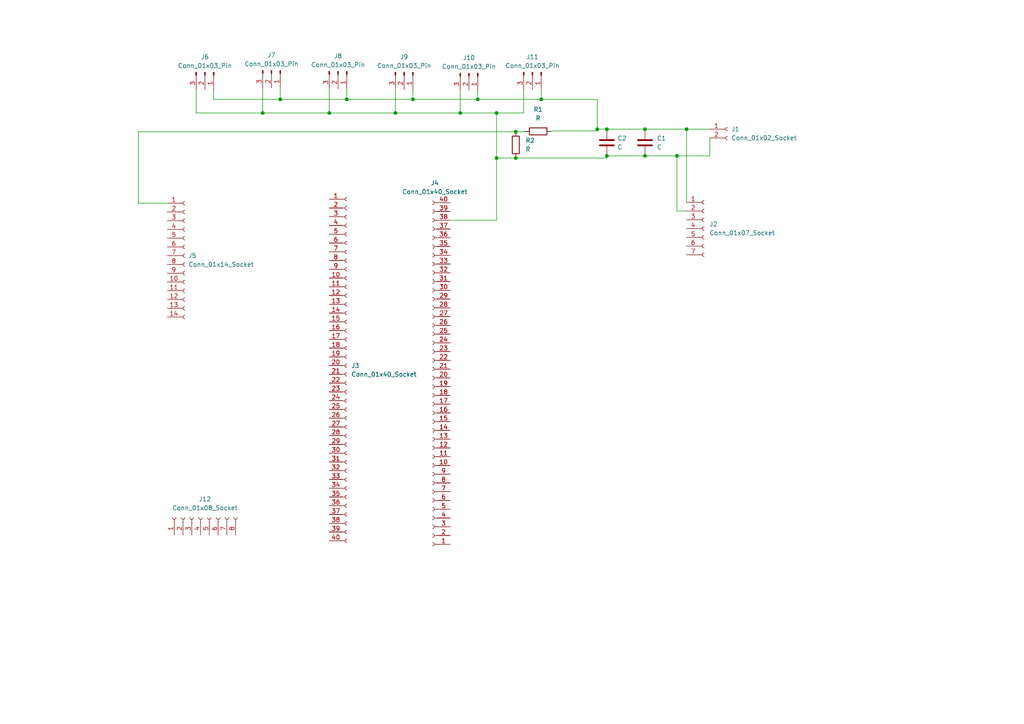
<source format=kicad_sch>
(kicad_sch (version 20230121) (generator eeschema)
  (paper "A4")
  (lib_symbols
    (symbol "Connector:Conn_01x02_Socket" (pin_names (offset 1.016) hide)
      (property "Reference" "J" (at 0 2.54 0))
      (property "Value" "Conn_01x02_Socket" (at 0 -5.08 0))
      (symbol "Conn_01x02_Socket_1_1"
        (arc (start 0 -2.032) (mid -0.5058 -2.54) (end 0 -3.048) (stroke (width 0.1524)))
        (polyline (pts (xy -1.27 -2.54) (xy -0.508 -2.54)) (stroke (width 0.1524)))
        (polyline (pts (xy -1.27 0) (xy -0.508 0)) (stroke (width 0.1524)))
        (arc (start 0 0.508) (mid -0.5058 0) (end 0 -0.508) (stroke (width 0.1524)))
        (pin passive line (at -5.08 0 0) (length 3.81) (name "Pin_1") (number "1"))
        (pin passive line (at -5.08 -2.54 0) (length 3.81) (name "Pin_2") (number "2"))
      )
    )
    (symbol "Connector:Conn_01x03_Pin" (pin_names (offset 1.016) hide)
      (property "Reference" "J" (at 0 5.08 0))
      (property "Value" "Conn_01x03_Pin" (at 0 -5.08 0))
      (symbol "Conn_01x03_Pin_1_1"
        (polyline (pts (xy 1.27 -2.54) (xy 0.8636 -2.54)) (stroke (width 0.1524)))
        (polyline (pts (xy 1.27 0) (xy 0.8636 0)) (stroke (width 0.1524)))
        (polyline (pts (xy 1.27 2.54) (xy 0.8636 2.54)) (stroke (width 0.1524)))
        (rectangle (start 0.8636 -2.413) (end 0 -2.667) (stroke (width 0.1524)) (fill (type outline)))
        (rectangle (start 0.8636 0.127) (end 0 -0.127) (stroke (width 0.1524)) (fill (type outline)))
        (rectangle (start 0.8636 2.667) (end 0 2.413) (stroke (width 0.1524)) (fill (type outline)))
        (pin passive line (at 5.08 2.54 180) (length 3.81) (name "Pin_1") (number "1"))
        (pin passive line (at 5.08 0 180) (length 3.81) (name "Pin_2") (number "2"))
        (pin passive line (at 5.08 -2.54 180) (length 3.81) (name "Pin_3") (number "3"))
      )
    )
    (symbol "Connector:Conn_01x07_Socket" (pin_names (offset 1.016) hide)
      (property "Reference" "J" (at 0 10.16 0))
      (property "Value" "Conn_01x07_Socket" (at 0 -10.16 0))
      (symbol "Conn_01x07_Socket_1_1"
        (arc (start 0 -7.112) (mid -0.5058 -7.62) (end 0 -8.128) (stroke (width 0.1524)))
        (arc (start 0 -4.572) (mid -0.5058 -5.08) (end 0 -5.588) (stroke (width 0.1524)))
        (arc (start 0 -2.032) (mid -0.5058 -2.54) (end 0 -3.048) (stroke (width 0.1524)))
        (polyline (pts (xy -1.27 -7.62) (xy -0.508 -7.62)) (stroke (width 0.1524)))
        (polyline (pts (xy -1.27 -5.08) (xy -0.508 -5.08)) (stroke (width 0.1524)))
        (polyline (pts (xy -1.27 -2.54) (xy -0.508 -2.54)) (stroke (width 0.1524)))
        (polyline (pts (xy -1.27 0) (xy -0.508 0)) (stroke (width 0.1524)))
        (polyline (pts (xy -1.27 2.54) (xy -0.508 2.54)) (stroke (width 0.1524)))
        (polyline (pts (xy -1.27 5.08) (xy -0.508 5.08)) (stroke (width 0.1524)))
        (polyline (pts (xy -1.27 7.62) (xy -0.508 7.62)) (stroke (width 0.1524)))
        (arc (start 0 0.508) (mid -0.5058 0) (end 0 -0.508) (stroke (width 0.1524)))
        (arc (start 0 3.048) (mid -0.5058 2.54) (end 0 2.032) (stroke (width 0.1524)))
        (arc (start 0 5.588) (mid -0.5058 5.08) (end 0 4.572) (stroke (width 0.1524)))
        (arc (start 0 8.128) (mid -0.5058 7.62) (end 0 7.112) (stroke (width 0.1524)))
        (pin passive line (at -5.08 7.62 0) (length 3.81) (name "Pin_1") (number "1"))
        (pin passive line (at -5.08 5.08 0) (length 3.81) (name "Pin_2") (number "2"))
        (pin passive line (at -5.08 2.54 0) (length 3.81) (name "Pin_3") (number "3"))
        (pin passive line (at -5.08 0 0) (length 3.81) (name "Pin_4") (number "4"))
        (pin passive line (at -5.08 -2.54 0) (length 3.81) (name "Pin_5") (number "5"))
        (pin passive line (at -5.08 -5.08 0) (length 3.81) (name "Pin_6") (number "6"))
        (pin passive line (at -5.08 -7.62 0) (length 3.81) (name "Pin_7") (number "7"))
      )
    )
    (symbol "Connector:Conn_01x08_Socket" (pin_names (offset 1.016) hide)
      (property "Reference" "J" (at 0 10.16 0))
      (property "Value" "Conn_01x08_Socket" (at 0 -12.7 0))
      (symbol "Conn_01x08_Socket_1_1"
        (arc (start 0 -9.652) (mid -0.5058 -10.16) (end 0 -10.668) (stroke (width 0.1524)))
        (arc (start 0 -7.112) (mid -0.5058 -7.62) (end 0 -8.128) (stroke (width 0.1524)))
        (arc (start 0 -4.572) (mid -0.5058 -5.08) (end 0 -5.588) (stroke (width 0.1524)))
        (arc (start 0 -2.032) (mid -0.5058 -2.54) (end 0 -3.048) (stroke (width 0.1524)))
        (polyline (pts (xy -1.27 -10.16) (xy -0.508 -10.16)) (stroke (width 0.1524)))
        (polyline (pts (xy -1.27 -7.62) (xy -0.508 -7.62)) (stroke (width 0.1524)))
        (polyline (pts (xy -1.27 -5.08) (xy -0.508 -5.08)) (stroke (width 0.1524)))
        (polyline (pts (xy -1.27 -2.54) (xy -0.508 -2.54)) (stroke (width 0.1524)))
        (polyline (pts (xy -1.27 0) (xy -0.508 0)) (stroke (width 0.1524)))
        (polyline (pts (xy -1.27 2.54) (xy -0.508 2.54)) (stroke (width 0.1524)))
        (polyline (pts (xy -1.27 5.08) (xy -0.508 5.08)) (stroke (width 0.1524)))
        (polyline (pts (xy -1.27 7.62) (xy -0.508 7.62)) (stroke (width 0.1524)))
        (arc (start 0 0.508) (mid -0.5058 0) (end 0 -0.508) (stroke (width 0.1524)))
        (arc (start 0 3.048) (mid -0.5058 2.54) (end 0 2.032) (stroke (width 0.1524)))
        (arc (start 0 5.588) (mid -0.5058 5.08) (end 0 4.572) (stroke (width 0.1524)))
        (arc (start 0 8.128) (mid -0.5058 7.62) (end 0 7.112) (stroke (width 0.1524)))
        (pin passive line (at -5.08 7.62 0) (length 3.81) (name "Pin_1") (number "1"))
        (pin passive line (at -5.08 5.08 0) (length 3.81) (name "Pin_2") (number "2"))
        (pin passive line (at -5.08 2.54 0) (length 3.81) (name "Pin_3") (number "3"))
        (pin passive line (at -5.08 0 0) (length 3.81) (name "Pin_4") (number "4"))
        (pin passive line (at -5.08 -2.54 0) (length 3.81) (name "Pin_5") (number "5"))
        (pin passive line (at -5.08 -5.08 0) (length 3.81) (name "Pin_6") (number "6"))
        (pin passive line (at -5.08 -7.62 0) (length 3.81) (name "Pin_7") (number "7"))
        (pin passive line (at -5.08 -10.16 0) (length 3.81) (name "Pin_8") (number "8"))
      )
    )
    (symbol "Connector:Conn_01x14_Socket" (pin_names (offset 1.016) hide)
      (property "Reference" "J" (at 0 17.78 0))
      (property "Value" "Conn_01x14_Socket" (at 0 -20.32 0))
      (symbol "Conn_01x14_Socket_1_1"
        (arc (start 0 -17.272) (mid -0.5058 -17.78) (end 0 -18.288) (stroke (width 0.1524)))
        (arc (start 0 -14.732) (mid -0.5058 -15.24) (end 0 -15.748) (stroke (width 0.1524)))
        (arc (start 0 -12.192) (mid -0.5058 -12.7) (end 0 -13.208) (stroke (width 0.1524)))
        (arc (start 0 -9.652) (mid -0.5058 -10.16) (end 0 -10.668) (stroke (width 0.1524)))
        (arc (start 0 -7.112) (mid -0.5058 -7.62) (end 0 -8.128) (stroke (width 0.1524)))
        (arc (start 0 -4.572) (mid -0.5058 -5.08) (end 0 -5.588) (stroke (width 0.1524)))
        (arc (start 0 -2.032) (mid -0.5058 -2.54) (end 0 -3.048) (stroke (width 0.1524)))
        (polyline (pts (xy -1.27 -17.78) (xy -0.508 -17.78)) (stroke (width 0.1524)))
        (polyline (pts (xy -1.27 -15.24) (xy -0.508 -15.24)) (stroke (width 0.1524)))
        (polyline (pts (xy -1.27 -12.7) (xy -0.508 -12.7)) (stroke (width 0.1524)))
        (polyline (pts (xy -1.27 -10.16) (xy -0.508 -10.16)) (stroke (width 0.1524)))
        (polyline (pts (xy -1.27 -7.62) (xy -0.508 -7.62)) (stroke (width 0.1524)))
        (polyline (pts (xy -1.27 -5.08) (xy -0.508 -5.08)) (stroke (width 0.1524)))
        (polyline (pts (xy -1.27 -2.54) (xy -0.508 -2.54)) (stroke (width 0.1524)))
        (polyline (pts (xy -1.27 0) (xy -0.508 0)) (stroke (width 0.1524)))
        (polyline (pts (xy -1.27 2.54) (xy -0.508 2.54)) (stroke (width 0.1524)))
        (polyline (pts (xy -1.27 5.08) (xy -0.508 5.08)) (stroke (width 0.1524)))
        (polyline (pts (xy -1.27 7.62) (xy -0.508 7.62)) (stroke (width 0.1524)))
        (polyline (pts (xy -1.27 10.16) (xy -0.508 10.16)) (stroke (width 0.1524)))
        (polyline (pts (xy -1.27 12.7) (xy -0.508 12.7)) (stroke (width 0.1524)))
        (polyline (pts (xy -1.27 15.24) (xy -0.508 15.24)) (stroke (width 0.1524)))
        (arc (start 0 0.508) (mid -0.5058 0) (end 0 -0.508) (stroke (width 0.1524)))
        (arc (start 0 3.048) (mid -0.5058 2.54) (end 0 2.032) (stroke (width 0.1524)))
        (arc (start 0 5.588) (mid -0.5058 5.08) (end 0 4.572) (stroke (width 0.1524)))
        (arc (start 0 8.128) (mid -0.5058 7.62) (end 0 7.112) (stroke (width 0.1524)))
        (arc (start 0 10.668) (mid -0.5058 10.16) (end 0 9.652) (stroke (width 0.1524)))
        (arc (start 0 13.208) (mid -0.5058 12.7) (end 0 12.192) (stroke (width 0.1524)))
        (arc (start 0 15.748) (mid -0.5058 15.24) (end 0 14.732) (stroke (width 0.1524)))
        (pin passive line (at -5.08 15.24 0) (length 3.81) (name "Pin_1") (number "1"))
        (pin passive line (at -5.08 -7.62 0) (length 3.81) (name "Pin_10") (number "10"))
        (pin passive line (at -5.08 -10.16 0) (length 3.81) (name "Pin_11") (number "11"))
        (pin passive line (at -5.08 -12.7 0) (length 3.81) (name "Pin_12") (number "12"))
        (pin passive line (at -5.08 -15.24 0) (length 3.81) (name "Pin_13") (number "13"))
        (pin passive line (at -5.08 -17.78 0) (length 3.81) (name "Pin_14") (number "14"))
        (pin passive line (at -5.08 12.7 0) (length 3.81) (name "Pin_2") (number "2"))
        (pin passive line (at -5.08 10.16 0) (length 3.81) (name "Pin_3") (number "3"))
        (pin passive line (at -5.08 7.62 0) (length 3.81) (name "Pin_4") (number "4"))
        (pin passive line (at -5.08 5.08 0) (length 3.81) (name "Pin_5") (number "5"))
        (pin passive line (at -5.08 2.54 0) (length 3.81) (name "Pin_6") (number "6"))
        (pin passive line (at -5.08 0 0) (length 3.81) (name "Pin_7") (number "7"))
        (pin passive line (at -5.08 -2.54 0) (length 3.81) (name "Pin_8") (number "8"))
        (pin passive line (at -5.08 -5.08 0) (length 3.81) (name "Pin_9") (number "9"))
      )
    )
    (symbol "Connector:Conn_01x40_Socket" (pin_names (offset 1.016) hide)
      (property "Reference" "J" (at 0 50.8 0))
      (property "Value" "Conn_01x40_Socket" (at 0 -53.34 0))
      (symbol "Conn_01x40_Socket_1_1"
        (arc (start 0 -50.292) (mid -0.5058 -50.8) (end 0 -51.308) (stroke (width 0.1524)))
        (arc (start 0 -47.752) (mid -0.5058 -48.26) (end 0 -48.768) (stroke (width 0.1524)))
        (arc (start 0 -45.212) (mid -0.5058 -45.72) (end 0 -46.228) (stroke (width 0.1524)))
        (arc (start 0 -42.672) (mid -0.5058 -43.18) (end 0 -43.688) (stroke (width 0.1524)))
        (arc (start 0 -40.132) (mid -0.5058 -40.64) (end 0 -41.148) (stroke (width 0.1524)))
        (arc (start 0 -37.592) (mid -0.5058 -38.1) (end 0 -38.608) (stroke (width 0.1524)))
        (arc (start 0 -35.052) (mid -0.5058 -35.56) (end 0 -36.068) (stroke (width 0.1524)))
        (arc (start 0 -32.512) (mid -0.5058 -33.02) (end 0 -33.528) (stroke (width 0.1524)))
        (arc (start 0 -29.972) (mid -0.5058 -30.48) (end 0 -30.988) (stroke (width 0.1524)))
        (arc (start 0 -27.432) (mid -0.5058 -27.94) (end 0 -28.448) (stroke (width 0.1524)))
        (arc (start 0 -24.892) (mid -0.5058 -25.4) (end 0 -25.908) (stroke (width 0.1524)))
        (arc (start 0 -22.352) (mid -0.5058 -22.86) (end 0 -23.368) (stroke (width 0.1524)))
        (arc (start 0 -19.812) (mid -0.5058 -20.32) (end 0 -20.828) (stroke (width 0.1524)))
        (arc (start 0 -17.272) (mid -0.5058 -17.78) (end 0 -18.288) (stroke (width 0.1524)))
        (arc (start 0 -14.732) (mid -0.5058 -15.24) (end 0 -15.748) (stroke (width 0.1524)))
        (arc (start 0 -12.192) (mid -0.5058 -12.7) (end 0 -13.208) (stroke (width 0.1524)))
        (arc (start 0 -9.652) (mid -0.5058 -10.16) (end 0 -10.668) (stroke (width 0.1524)))
        (arc (start 0 -7.112) (mid -0.5058 -7.62) (end 0 -8.128) (stroke (width 0.1524)))
        (arc (start 0 -4.572) (mid -0.5058 -5.08) (end 0 -5.588) (stroke (width 0.1524)))
        (arc (start 0 -2.032) (mid -0.5058 -2.54) (end 0 -3.048) (stroke (width 0.1524)))
        (polyline (pts (xy -1.27 -50.8) (xy -0.508 -50.8)) (stroke (width 0.1524)))
        (polyline (pts (xy -1.27 -48.26) (xy -0.508 -48.26)) (stroke (width 0.1524)))
        (polyline (pts (xy -1.27 -45.72) (xy -0.508 -45.72)) (stroke (width 0.1524)))
        (polyline (pts (xy -1.27 -43.18) (xy -0.508 -43.18)) (stroke (width 0.1524)))
        (polyline (pts (xy -1.27 -40.64) (xy -0.508 -40.64)) (stroke (width 0.1524)))
        (polyline (pts (xy -1.27 -38.1) (xy -0.508 -38.1)) (stroke (width 0.1524)))
        (polyline (pts (xy -1.27 -35.56) (xy -0.508 -35.56)) (stroke (width 0.1524)))
        (polyline (pts (xy -1.27 -33.02) (xy -0.508 -33.02)) (stroke (width 0.1524)))
        (polyline (pts (xy -1.27 -30.48) (xy -0.508 -30.48)) (stroke (width 0.1524)))
        (polyline (pts (xy -1.27 -27.94) (xy -0.508 -27.94)) (stroke (width 0.1524)))
        (polyline (pts (xy -1.27 -25.4) (xy -0.508 -25.4)) (stroke (width 0.1524)))
        (polyline (pts (xy -1.27 -22.86) (xy -0.508 -22.86)) (stroke (width 0.1524)))
        (polyline (pts (xy -1.27 -20.32) (xy -0.508 -20.32)) (stroke (width 0.1524)))
        (polyline (pts (xy -1.27 -17.78) (xy -0.508 -17.78)) (stroke (width 0.1524)))
        (polyline (pts (xy -1.27 -15.24) (xy -0.508 -15.24)) (stroke (width 0.1524)))
        (polyline (pts (xy -1.27 -12.7) (xy -0.508 -12.7)) (stroke (width 0.1524)))
        (polyline (pts (xy -1.27 -10.16) (xy -0.508 -10.16)) (stroke (width 0.1524)))
        (polyline (pts (xy -1.27 -7.62) (xy -0.508 -7.62)) (stroke (width 0.1524)))
        (polyline (pts (xy -1.27 -5.08) (xy -0.508 -5.08)) (stroke (width 0.1524)))
        (polyline (pts (xy -1.27 -2.54) (xy -0.508 -2.54)) (stroke (width 0.1524)))
        (polyline (pts (xy -1.27 0) (xy -0.508 0)) (stroke (width 0.1524)))
        (polyline (pts (xy -1.27 2.54) (xy -0.508 2.54)) (stroke (width 0.1524)))
        (polyline (pts (xy -1.27 5.08) (xy -0.508 5.08)) (stroke (width 0.1524)))
        (polyline (pts (xy -1.27 7.62) (xy -0.508 7.62)) (stroke (width 0.1524)))
        (polyline (pts (xy -1.27 10.16) (xy -0.508 10.16)) (stroke (width 0.1524)))
        (polyline (pts (xy -1.27 12.7) (xy -0.508 12.7)) (stroke (width 0.1524)))
        (polyline (pts (xy -1.27 15.24) (xy -0.508 15.24)) (stroke (width 0.1524)))
        (polyline (pts (xy -1.27 17.78) (xy -0.508 17.78)) (stroke (width 0.1524)))
        (polyline (pts (xy -1.27 20.32) (xy -0.508 20.32)) (stroke (width 0.1524)))
        (polyline (pts (xy -1.27 22.86) (xy -0.508 22.86)) (stroke (width 0.1524)))
        (polyline (pts (xy -1.27 25.4) (xy -0.508 25.4)) (stroke (width 0.1524)))
        (polyline (pts (xy -1.27 27.94) (xy -0.508 27.94)) (stroke (width 0.1524)))
        (polyline (pts (xy -1.27 30.48) (xy -0.508 30.48)) (stroke (width 0.1524)))
        (polyline (pts (xy -1.27 33.02) (xy -0.508 33.02)) (stroke (width 0.1524)))
        (polyline (pts (xy -1.27 35.56) (xy -0.508 35.56)) (stroke (width 0.1524)))
        (polyline (pts (xy -1.27 38.1) (xy -0.508 38.1)) (stroke (width 0.1524)))
        (polyline (pts (xy -1.27 40.64) (xy -0.508 40.64)) (stroke (width 0.1524)))
        (polyline (pts (xy -1.27 43.18) (xy -0.508 43.18)) (stroke (width 0.1524)))
        (polyline (pts (xy -1.27 45.72) (xy -0.508 45.72)) (stroke (width 0.1524)))
        (polyline (pts (xy -1.27 48.26) (xy -0.508 48.26)) (stroke (width 0.1524)))
        (arc (start 0 0.508) (mid -0.5058 0) (end 0 -0.508) (stroke (width 0.1524)))
        (arc (start 0 3.048) (mid -0.5058 2.54) (end 0 2.032) (stroke (width 0.1524)))
        (arc (start 0 5.588) (mid -0.5058 5.08) (end 0 4.572) (stroke (width 0.1524)))
        (arc (start 0 8.128) (mid -0.5058 7.62) (end 0 7.112) (stroke (width 0.1524)))
        (arc (start 0 10.668) (mid -0.5058 10.16) (end 0 9.652) (stroke (width 0.1524)))
        (arc (start 0 13.208) (mid -0.5058 12.7) (end 0 12.192) (stroke (width 0.1524)))
        (arc (start 0 15.748) (mid -0.5058 15.24) (end 0 14.732) (stroke (width 0.1524)))
        (arc (start 0 18.288) (mid -0.5058 17.78) (end 0 17.272) (stroke (width 0.1524)))
        (arc (start 0 20.828) (mid -0.5058 20.32) (end 0 19.812) (stroke (width 0.1524)))
        (arc (start 0 23.368) (mid -0.5058 22.86) (end 0 22.352) (stroke (width 0.1524)))
        (arc (start 0 25.908) (mid -0.5058 25.4) (end 0 24.892) (stroke (width 0.1524)))
        (arc (start 0 28.448) (mid -0.5058 27.94) (end 0 27.432) (stroke (width 0.1524)))
        (arc (start 0 30.988) (mid -0.5058 30.48) (end 0 29.972) (stroke (width 0.1524)))
        (arc (start 0 33.528) (mid -0.5058 33.02) (end 0 32.512) (stroke (width 0.1524)))
        (arc (start 0 36.068) (mid -0.5058 35.56) (end 0 35.052) (stroke (width 0.1524)))
        (arc (start 0 38.608) (mid -0.5058 38.1) (end 0 37.592) (stroke (width 0.1524)))
        (arc (start 0 41.148) (mid -0.5058 40.64) (end 0 40.132) (stroke (width 0.1524)))
        (arc (start 0 43.688) (mid -0.5058 43.18) (end 0 42.672) (stroke (width 0.1524)))
        (arc (start 0 46.228) (mid -0.5058 45.72) (end 0 45.212) (stroke (width 0.1524)))
        (arc (start 0 48.768) (mid -0.5058 48.26) (end 0 47.752) (stroke (width 0.1524)))
        (pin passive line (at -5.08 48.26 0) (length 3.81) (name "Pin_1") (number "1"))
        (pin passive line (at -5.08 25.4 0) (length 3.81) (name "Pin_10") (number "10"))
        (pin passive line (at -5.08 22.86 0) (length 3.81) (name "Pin_11") (number "11"))
        (pin passive line (at -5.08 20.32 0) (length 3.81) (name "Pin_12") (number "12"))
        (pin passive line (at -5.08 17.78 0) (length 3.81) (name "Pin_13") (number "13"))
        (pin passive line (at -5.08 15.24 0) (length 3.81) (name "Pin_14") (number "14"))
        (pin passive line (at -5.08 12.7 0) (length 3.81) (name "Pin_15") (number "15"))
        (pin passive line (at -5.08 10.16 0) (length 3.81) (name "Pin_16") (number "16"))
        (pin passive line (at -5.08 7.62 0) (length 3.81) (name "Pin_17") (number "17"))
        (pin passive line (at -5.08 5.08 0) (length 3.81) (name "Pin_18") (number "18"))
        (pin passive line (at -5.08 2.54 0) (length 3.81) (name "Pin_19") (number "19"))
        (pin passive line (at -5.08 45.72 0) (length 3.81) (name "Pin_2") (number "2"))
        (pin passive line (at -5.08 0 0) (length 3.81) (name "Pin_20") (number "20"))
        (pin passive line (at -5.08 -2.54 0) (length 3.81) (name "Pin_21") (number "21"))
        (pin passive line (at -5.08 -5.08 0) (length 3.81) (name "Pin_22") (number "22"))
        (pin passive line (at -5.08 -7.62 0) (length 3.81) (name "Pin_23") (number "23"))
        (pin passive line (at -5.08 -10.16 0) (length 3.81) (name "Pin_24") (number "24"))
        (pin passive line (at -5.08 -12.7 0) (length 3.81) (name "Pin_25") (number "25"))
        (pin passive line (at -5.08 -15.24 0) (length 3.81) (name "Pin_26") (number "26"))
        (pin passive line (at -5.08 -17.78 0) (length 3.81) (name "Pin_27") (number "27"))
        (pin passive line (at -5.08 -20.32 0) (length 3.81) (name "Pin_28") (number "28"))
        (pin passive line (at -5.08 -22.86 0) (length 3.81) (name "Pin_29") (number "29"))
        (pin passive line (at -5.08 43.18 0) (length 3.81) (name "Pin_3") (number "3"))
        (pin passive line (at -5.08 -25.4 0) (length 3.81) (name "Pin_30") (number "30"))
        (pin passive line (at -5.08 -27.94 0) (length 3.81) (name "Pin_31") (number "31"))
        (pin passive line (at -5.08 -30.48 0) (length 3.81) (name "Pin_32") (number "32"))
        (pin passive line (at -5.08 -33.02 0) (length 3.81) (name "Pin_33") (number "33"))
        (pin passive line (at -5.08 -35.56 0) (length 3.81) (name "Pin_34") (number "34"))
        (pin passive line (at -5.08 -38.1 0) (length 3.81) (name "Pin_35") (number "35"))
        (pin passive line (at -5.08 -40.64 0) (length 3.81) (name "Pin_36") (number "36"))
        (pin passive line (at -5.08 -43.18 0) (length 3.81) (name "Pin_37") (number "37"))
        (pin passive line (at -5.08 -45.72 0) (length 3.81) (name "Pin_38") (number "38"))
        (pin passive line (at -5.08 -48.26 0) (length 3.81) (name "Pin_39") (number "39"))
        (pin passive line (at -5.08 40.64 0) (length 3.81) (name "Pin_4") (number "4"))
        (pin passive line (at -5.08 -50.8 0) (length 3.81) (name "Pin_40") (number "40"))
        (pin passive line (at -5.08 38.1 0) (length 3.81) (name "Pin_5") (number "5"))
        (pin passive line (at -5.08 35.56 0) (length 3.81) (name "Pin_6") (number "6"))
        (pin passive line (at -5.08 33.02 0) (length 3.81) (name "Pin_7") (number "7"))
        (pin passive line (at -5.08 30.48 0) (length 3.81) (name "Pin_8") (number "8"))
        (pin passive line (at -5.08 27.94 0) (length 3.81) (name "Pin_9") (number "9"))
      )
    )
    (symbol "Device:C" (pin_numbers hide) (pin_names (offset 0.254))
      (property "Reference" "C" (at 0.635 2.54 0))
      (property "Value" "C" (at 0.635 -2.54 0))
      (symbol "C_0_1"
        (polyline (pts (xy -2.032 -0.762) (xy 2.032 -0.762)) (stroke (width 0.508)))
        (polyline (pts (xy -2.032 0.762) (xy 2.032 0.762)) (stroke (width 0.508)))
      )
      (symbol "C_1_1"
        (pin passive line (at 0 3.81 270) (length 2.794) (name "~") (number "1"))
        (pin passive line (at 0 -3.81 90) (length 2.794) (name "~") (number "2"))
      )
    )
    (symbol "Device:R" (pin_numbers hide) (pin_names (offset 0))
      (property "Reference" "R" (at 2.032 0 90))
      (property "Value" "R" (at 0 0 90))
      (symbol "R_0_1"
        (rectangle (start -1.016 -2.54) (end 1.016 2.54) (stroke (width 0.254)))
      )
      (symbol "R_1_1"
        (pin passive line (at 0 3.81 270) (length 1.27) (name "~") (number "1"))
        (pin passive line (at 0 -3.81 90) (length 1.27) (name "~") (number "2"))
      )
    )
  )
  (junction (at 149.606 38.227))
  (junction (at 196.342 45.212))
  (junction (at 144.018 45.847))
  (junction (at 76.2 32.766))
  (junction (at 81.28 28.829))
  (junction (at 173.228 37.465))
  (junction (at 187.071 45.212))
  (junction (at 187.071 37.465))
  (junction (at 138.557 28.829))
  (junction (at 176.022 45.212))
  (junction (at 114.681 32.766))
  (junction (at 119.761 28.829))
  (junction (at 95.504 32.766))
  (junction (at 100.584 28.829))
  (junction (at 156.972 28.829))
  (junction (at 199.136 37.465))
  (junction (at 133.477 32.766))
  (junction (at 176.022 37.465))
  (junction (at 149.606 45.847))
  (junction (at 144.018 32.766))
  (wire (pts (xy 199.136 37.465) (xy 205.867 37.465)))
  (wire (pts (xy 144.018 63.881) (xy 144.018 45.847)))
  (wire (pts (xy 81.28 25.527) (xy 81.28 28.829)))
  (wire (pts (xy 149.606 38.227) (xy 40.132 38.227)))
  (wire (pts (xy 187.071 37.465) (xy 187.071 37.592)))
  (wire (pts (xy 133.477 26.289) (xy 133.477 32.766)))
  (wire (pts (xy 144.018 45.847) (xy 144.018 32.766)))
  (wire (pts (xy 196.342 45.212) (xy 196.342 61.214)))
  (wire (pts (xy 95.504 32.766) (xy 114.681 32.766)))
  (wire (pts (xy 61.976 28.829) (xy 81.28 28.829)))
  (wire (pts (xy 40.132 58.928) (xy 48.514 58.928)))
  (wire (pts (xy 138.557 26.289) (xy 138.557 28.829)))
  (wire (pts (xy 81.28 28.829) (xy 100.584 28.829)))
  (wire (pts (xy 160.02 37.973) (xy 173.228 37.973)))
  (wire (pts (xy 56.896 32.766) (xy 76.2 32.766)))
  (wire (pts (xy 187.071 37.465) (xy 199.136 37.465)))
  (wire (pts (xy 119.761 26.035) (xy 119.761 28.829)))
  (wire (pts (xy 149.606 38.227) (xy 152.273 38.227)))
  (wire (pts (xy 196.342 45.212) (xy 187.071 45.212)))
  (wire (pts (xy 151.892 32.766) (xy 151.892 26.035)))
  (wire (pts (xy 199.136 37.465) (xy 199.136 58.674)))
  (wire (pts (xy 176.022 37.465) (xy 187.071 37.465)))
  (wire (pts (xy 133.477 32.766) (xy 144.018 32.766)))
  (wire (pts (xy 173.228 37.973) (xy 173.228 37.465)))
  (wire (pts (xy 156.972 28.829) (xy 156.972 26.035)))
  (wire (pts (xy 176.022 45.847) (xy 149.606 45.847)))
  (wire (pts (xy 173.228 37.465) (xy 176.022 37.465)))
  (wire (pts (xy 138.557 28.829) (xy 156.972 28.829)))
  (wire (pts (xy 149.606 45.847) (xy 144.018 45.847)))
  (wire (pts (xy 100.584 28.829) (xy 119.761 28.829)))
  (wire (pts (xy 76.2 25.527) (xy 76.2 32.766)))
  (wire (pts (xy 100.584 25.781) (xy 100.584 28.829)))
  (wire (pts (xy 119.761 28.829) (xy 138.557 28.829)))
  (wire (pts (xy 205.867 40.005) (xy 205.867 45.212)))
  (wire (pts (xy 173.228 28.829) (xy 156.972 28.829)))
  (wire (pts (xy 114.681 32.766) (xy 133.477 32.766)))
  (wire (pts (xy 199.136 61.214) (xy 196.342 61.214)))
  (wire (pts (xy 152.273 38.227) (xy 152.273 38.1)))
  (wire (pts (xy 173.228 37.465) (xy 173.228 28.829)))
  (wire (pts (xy 61.976 26.035) (xy 61.976 28.829)))
  (wire (pts (xy 144.018 32.766) (xy 151.892 32.766)))
  (wire (pts (xy 176.022 45.212) (xy 176.022 45.847)))
  (wire (pts (xy 76.2 32.766) (xy 95.504 32.766)))
  (wire (pts (xy 114.681 26.035) (xy 114.681 32.766)))
  (wire (pts (xy 40.132 38.227) (xy 40.132 58.928)))
  (wire (pts (xy 130.556 63.881) (xy 144.018 63.881)))
  (wire (pts (xy 95.504 25.781) (xy 95.504 32.766)))
  (wire (pts (xy 176.022 37.465) (xy 176.022 37.592)))
  (wire (pts (xy 205.867 45.212) (xy 196.342 45.212)))
  (wire (pts (xy 56.896 26.035) (xy 56.896 32.766)))
  (wire (pts (xy 176.022 45.212) (xy 187.071 45.212)))
  (symbol (lib_id "Connector:Conn_01x03_Pin") (at 154.432 20.955 270) (unit 1)
    (property "Reference" "J11" (at 154.432 16.51 90))
    (property "Value" "Conn_01x03_Pin" (at 154.432 19.05 90))
  )
  (symbol (lib_id "Connector:Conn_01x40_Socket") (at 100.584 106.045 0) (unit 1)
    (property "Reference" "J3" (at 101.854 106.045 0) (effects (justify left)))
    (property "Value" "Conn_01x40_Socket" (at 101.854 108.585 0) (effects (justify left)))
  )
  (symbol (lib_id "Connector:Conn_01x40_Socket") (at 125.476 109.601 180) (unit 1)
    (property "Reference" "J4" (at 126.111 53.086 0))
    (property "Value" "Conn_01x40_Socket" (at 126.111 55.626 0))
  )
  (symbol (lib_id "Connector:Conn_01x03_Pin") (at 59.436 20.955 270) (unit 1)
    (property "Reference" "J6" (at 59.436 16.51 90))
    (property "Value" "Conn_01x03_Pin" (at 59.436 19.05 90))
  )
  (symbol (lib_id "Connector:Conn_01x14_Socket") (at 53.594 74.168 0) (unit 1)
    (property "Reference" "J5" (at 54.61 74.168 0) (effects (justify left)))
    (property "Value" "Conn_01x14_Socket" (at 54.61 76.708 0) (effects (justify left)))
  )
  (symbol (lib_id "Device:R") (at 156.083 38.1 90) (unit 1)
    (property "Reference" "R1" (at 156.083 31.75 90))
    (property "Value" "R" (at 156.083 34.29 90))
  )
  (symbol (lib_id "Connector:Conn_01x03_Pin") (at 136.017 21.209 270) (unit 1)
    (property "Reference" "J10" (at 136.017 16.764 90))
    (property "Value" "Conn_01x03_Pin" (at 136.017 19.304 90))
  )
  (symbol (lib_id "Connector:Conn_01x08_Socket") (at 58.166 150.114 90) (unit 1)
    (property "Reference" "J12" (at 59.436 144.78 90))
    (property "Value" "Conn_01x08_Socket" (at 59.436 147.32 90))
  )
  (symbol (lib_id "Connector:Conn_01x02_Socket") (at 210.947 37.465 0) (unit 1)
    (property "Reference" "J1" (at 212.09 37.465 0) (effects (justify left)))
    (property "Value" "Conn_01x02_Socket" (at 212.09 40.005 0) (effects (justify left)))
  )
  (symbol (lib_id "Device:C") (at 187.071 41.402 0) (unit 1)
    (property "Reference" "C1" (at 190.5 40.132 0) (effects (justify left)))
    (property "Value" "C" (at 190.5 42.672 0) (effects (justify left)))
  )
  (symbol (lib_id "Connector:Conn_01x07_Socket") (at 204.216 66.294 0) (unit 1)
    (property "Reference" "J2" (at 205.74 65.024 0) (effects (justify left)))
    (property "Value" "Conn_01x07_Socket" (at 205.74 67.564 0) (effects (justify left)))
  )
  (symbol (lib_id "Connector:Conn_01x03_Pin") (at 117.221 20.955 270) (unit 1)
    (property "Reference" "J9" (at 117.221 16.51 90))
    (property "Value" "Conn_01x03_Pin" (at 117.221 19.05 90))
  )
  (symbol (lib_id "Connector:Conn_01x03_Pin") (at 98.044 20.701 270) (unit 1)
    (property "Reference" "J8" (at 98.044 16.256 90))
    (property "Value" "Conn_01x03_Pin" (at 98.044 18.796 90))
  )
  (symbol (lib_id "Connector:Conn_01x03_Pin") (at 78.74 20.447 270) (unit 1)
    (property "Reference" "J7" (at 78.74 16.002 90))
    (property "Value" "Conn_01x03_Pin" (at 78.74 18.542 90))
  )
  (symbol (lib_id "Device:R") (at 149.606 42.037 0) (unit 1)
    (property "Reference" "R2" (at 152.4 40.767 0) (effects (justify left)))
    (property "Value" "R" (at 152.4 43.307 0) (effects (justify left)))
  )
  (symbol (lib_id "Device:C") (at 176.022 41.402 0) (unit 1)
    (property "Reference" "C2" (at 179.07 40.132 0) (effects (justify left)))
    (property "Value" "C" (at 179.07 42.672 0) (effects (justify left)))
  )
)
</source>
